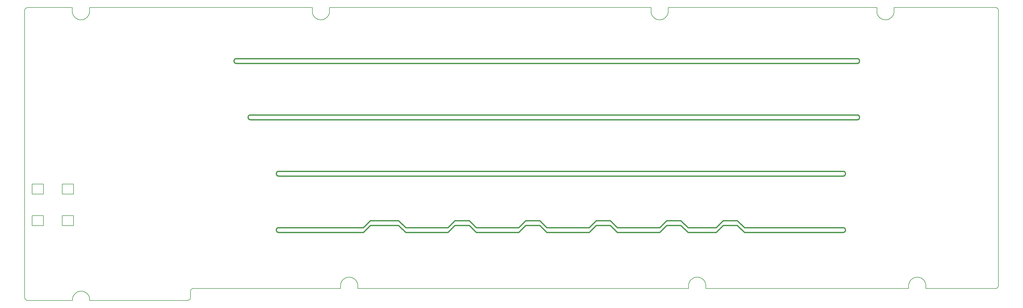
<source format=gbr>
%TF.GenerationSoftware,KiCad,Pcbnew,(5.1.10)-1*%
%TF.CreationDate,2021-09-30T22:15:47+07:00*%
%TF.ProjectId,nonem,6e6f6e65-6d2e-46b6-9963-61645f706362,rev?*%
%TF.SameCoordinates,Original*%
%TF.FileFunction,Profile,NP*%
%FSLAX46Y46*%
G04 Gerber Fmt 4.6, Leading zero omitted, Abs format (unit mm)*
G04 Created by KiCad (PCBNEW (5.1.10)-1) date 2021-09-30 22:15:47*
%MOMM*%
%LPD*%
G01*
G04 APERTURE LIST*
%TA.AperFunction,Profile*%
%ADD10C,0.200000*%
%TD*%
%TA.AperFunction,Profile*%
%ADD11C,0.400000*%
%TD*%
%TA.AperFunction,Profile*%
%ADD12C,0.150000*%
%TD*%
G04 APERTURE END LIST*
D10*
X116135445Y-108399930D02*
X116148898Y-108111618D01*
X116148898Y-108111618D02*
X116188499Y-107829767D01*
X116188499Y-107829767D02*
X116253111Y-107555873D01*
X116253111Y-107555873D02*
X116341598Y-107291436D01*
X116341598Y-107291436D02*
X116452823Y-107037954D01*
X116452823Y-107037954D02*
X116585649Y-106796926D01*
X116585649Y-106796926D02*
X116738938Y-106569851D01*
X116738938Y-106569851D02*
X116911554Y-106358227D01*
X116911554Y-106358227D02*
X117102361Y-106163553D01*
X117102361Y-106163553D02*
X117310221Y-105987328D01*
X117310221Y-105987328D02*
X117533998Y-105831050D01*
X117533998Y-105831050D02*
X117772554Y-105696217D01*
X117772554Y-105696217D02*
X118024753Y-105584329D01*
X118024753Y-105584329D02*
X118289457Y-105496884D01*
X118289457Y-105496884D02*
X118565531Y-105435381D01*
X118565531Y-105435381D02*
X118851838Y-105401319D01*
X118851838Y-105401319D02*
X119165754Y-105398150D01*
X119165754Y-105398150D02*
X119471402Y-105427227D01*
X119471402Y-105427227D02*
X119767128Y-105486896D01*
X119767128Y-105486896D02*
X120051279Y-105575504D01*
X120051279Y-105575504D02*
X120322201Y-105691398D01*
X120322201Y-105691398D02*
X120578240Y-105832922D01*
X120578240Y-105832922D02*
X120817743Y-105998425D01*
X120817743Y-105998425D02*
X121039056Y-106186251D01*
X121039056Y-106186251D02*
X121240525Y-106394748D01*
X121240525Y-106394748D02*
X121420497Y-106622262D01*
X121420497Y-106622262D02*
X121577317Y-106867140D01*
X121577317Y-106867140D02*
X121709333Y-107127727D01*
X121709333Y-107127727D02*
X121814891Y-107402370D01*
X121814891Y-107402370D02*
X121892337Y-107689416D01*
X121892337Y-107689416D02*
X121940017Y-107987211D01*
X121940017Y-107987211D02*
X121956278Y-108294101D01*
X121956278Y-108294101D02*
X121956278Y-109246605D01*
X10549055Y-14278791D02*
X10344554Y-14299530D01*
X10344554Y-14299530D02*
X10112569Y-14378988D01*
X10112569Y-14378988D02*
X9912883Y-14509638D01*
X9912883Y-14509638D02*
X9751953Y-14682598D01*
X9751953Y-14682598D02*
X9636241Y-14888987D01*
X9636241Y-14888987D02*
X9572205Y-15119921D01*
X9572205Y-15119921D02*
X9561276Y-15266570D01*
X9561276Y-112280464D02*
X9582015Y-112484965D01*
X9582015Y-112484965D02*
X9661473Y-112716948D01*
X9661473Y-112716948D02*
X9792123Y-112916634D01*
X9792123Y-112916634D02*
X9965083Y-113077561D01*
X9965083Y-113077561D02*
X10171472Y-113193272D01*
X10171472Y-113193272D02*
X10402406Y-113257307D01*
X10402406Y-113257307D02*
X10549055Y-113268237D01*
X31468778Y-14278791D02*
X31468778Y-15407678D01*
X106610445Y-14278791D02*
X31468778Y-14278791D01*
X28752391Y-18406290D02*
X28438473Y-18409459D01*
X28438473Y-18409459D02*
X28132824Y-18380383D01*
X28132824Y-18380383D02*
X27837097Y-18320714D01*
X27837097Y-18320714D02*
X27552945Y-18232106D01*
X27552945Y-18232106D02*
X27282023Y-18116213D01*
X27282023Y-18116213D02*
X27025983Y-17974688D01*
X27025983Y-17974688D02*
X26786480Y-17809186D01*
X26786480Y-17809186D02*
X26565167Y-17621359D01*
X26565167Y-17621359D02*
X26363698Y-17412862D01*
X26363698Y-17412862D02*
X26183726Y-17185348D01*
X26183726Y-17185348D02*
X26026905Y-16940470D01*
X26026905Y-16940470D02*
X25894889Y-16679883D01*
X25894889Y-16679883D02*
X25789331Y-16405240D01*
X25789331Y-16405240D02*
X25711885Y-16118195D01*
X25711885Y-16118195D02*
X25664205Y-15820401D01*
X25664205Y-15820401D02*
X25647945Y-15513513D01*
X9561276Y-15266570D02*
X9561276Y-112280464D01*
X109714885Y-18406290D02*
X109400968Y-18409459D01*
X109400968Y-18409459D02*
X109095320Y-18380383D01*
X109095320Y-18380383D02*
X108799594Y-18320714D01*
X108799594Y-18320714D02*
X108515443Y-18232106D01*
X108515443Y-18232106D02*
X108244521Y-18116213D01*
X108244521Y-18116213D02*
X107988482Y-17974688D01*
X107988482Y-17974688D02*
X107748979Y-17809186D01*
X107748979Y-17809186D02*
X107527666Y-17621359D01*
X107527666Y-17621359D02*
X107326197Y-17412862D01*
X107326197Y-17412862D02*
X107146225Y-17185348D01*
X107146225Y-17185348D02*
X106989405Y-16940470D01*
X106989405Y-16940470D02*
X106857389Y-16679883D01*
X106857389Y-16679883D02*
X106751831Y-16405240D01*
X106751831Y-16405240D02*
X106674385Y-16118195D01*
X106674385Y-16118195D02*
X106626705Y-15820401D01*
X106626705Y-15820401D02*
X106610445Y-15513513D01*
X106610445Y-15513513D02*
X106610445Y-14278791D01*
X25647945Y-15513513D02*
X25647945Y-14278791D01*
X25647945Y-14278791D02*
X10549055Y-14278791D01*
X31468778Y-15407678D02*
X31455324Y-15695989D01*
X31455324Y-15695989D02*
X31415723Y-15977840D01*
X31415723Y-15977840D02*
X31351110Y-16251734D01*
X31351110Y-16251734D02*
X31262623Y-16516171D01*
X31262623Y-16516171D02*
X31151398Y-16769652D01*
X31151398Y-16769652D02*
X31018572Y-17010680D01*
X31018572Y-17010680D02*
X30865283Y-17237755D01*
X30865283Y-17237755D02*
X30692667Y-17449378D01*
X30692667Y-17449378D02*
X30501860Y-17644052D01*
X30501860Y-17644052D02*
X30294000Y-17820277D01*
X30294000Y-17820277D02*
X30070224Y-17976556D01*
X30070224Y-17976556D02*
X29831669Y-18111388D01*
X29831669Y-18111388D02*
X29579471Y-18223277D01*
X29579471Y-18223277D02*
X29314767Y-18310722D01*
X29314767Y-18310722D02*
X29038695Y-18372226D01*
X29038695Y-18372226D02*
X28752391Y-18406290D01*
X65511834Y-110234368D02*
X65532573Y-110029866D01*
X65532573Y-110029866D02*
X65612031Y-109797882D01*
X65612031Y-109797882D02*
X65742681Y-109598197D01*
X65742681Y-109598197D02*
X65915641Y-109437269D01*
X65915641Y-109437269D02*
X66122030Y-109321558D01*
X66122030Y-109321558D02*
X66352964Y-109257523D01*
X66352964Y-109257523D02*
X66499613Y-109246594D01*
X233575176Y-109246605D02*
X233575176Y-108399941D01*
X121956278Y-109246605D02*
X233575176Y-109246605D01*
X116135445Y-109246594D02*
X116135445Y-108399930D01*
X66499613Y-109246594D02*
X116135445Y-109246594D01*
X313655731Y-109246627D02*
X337150723Y-109246627D01*
X310551291Y-105401340D02*
X310865207Y-105398171D01*
X310865207Y-105398171D02*
X311170855Y-105427248D01*
X311170855Y-105427248D02*
X311466581Y-105486917D01*
X311466581Y-105486917D02*
X311750732Y-105575525D01*
X311750732Y-105575525D02*
X312021654Y-105691419D01*
X312021654Y-105691419D02*
X312277693Y-105832943D01*
X312277693Y-105832943D02*
X312517196Y-105998446D01*
X312517196Y-105998446D02*
X312738509Y-106186272D01*
X312738509Y-106186272D02*
X312939978Y-106394769D01*
X312939978Y-106394769D02*
X313119950Y-106622283D01*
X313119950Y-106622283D02*
X313276770Y-106867161D01*
X313276770Y-106867161D02*
X313408786Y-107127748D01*
X313408786Y-107127748D02*
X313514344Y-107402391D01*
X313514344Y-107402391D02*
X313591790Y-107689437D01*
X313591790Y-107689437D02*
X313639470Y-107987232D01*
X313639470Y-107987232D02*
X313655731Y-108294122D01*
X307834898Y-108399951D02*
X307848351Y-108111639D01*
X307848351Y-108111639D02*
X307887952Y-107829788D01*
X307887952Y-107829788D02*
X307952564Y-107555894D01*
X307952564Y-107555894D02*
X308041051Y-107291457D01*
X308041051Y-107291457D02*
X308152276Y-107037975D01*
X308152276Y-107037975D02*
X308285102Y-106796947D01*
X308285102Y-106796947D02*
X308438391Y-106569872D01*
X308438391Y-106569872D02*
X308611007Y-106358248D01*
X308611007Y-106358248D02*
X308801814Y-106163574D01*
X308801814Y-106163574D02*
X309009674Y-105987349D01*
X309009674Y-105987349D02*
X309233451Y-105831071D01*
X309233451Y-105831071D02*
X309472007Y-105696238D01*
X309472007Y-105696238D02*
X309724206Y-105584350D01*
X309724206Y-105584350D02*
X309988910Y-105496905D01*
X309988910Y-105496905D02*
X310264984Y-105435402D01*
X310264984Y-105435402D02*
X310551291Y-105401340D01*
X337150723Y-109246627D02*
X337355221Y-109225887D01*
X337355221Y-109225887D02*
X337587203Y-109146430D01*
X337587203Y-109146430D02*
X337786888Y-109015781D01*
X337786888Y-109015781D02*
X337947817Y-108842822D01*
X337947817Y-108842822D02*
X338063530Y-108636435D01*
X338063530Y-108636435D02*
X338127566Y-108405501D01*
X338127566Y-108405501D02*
X338138496Y-108258853D01*
X313655731Y-108294122D02*
X313655731Y-109246627D01*
X220910445Y-14278791D02*
X112431278Y-14278791D01*
X220910445Y-15513513D02*
X220910445Y-14278791D01*
X302931278Y-14278791D02*
X302931278Y-15407678D01*
X224014885Y-18406290D02*
X223700968Y-18409459D01*
X223700968Y-18409459D02*
X223395320Y-18380383D01*
X223395320Y-18380383D02*
X223099594Y-18320714D01*
X223099594Y-18320714D02*
X222815443Y-18232106D01*
X222815443Y-18232106D02*
X222544521Y-18116213D01*
X222544521Y-18116213D02*
X222288482Y-17974688D01*
X222288482Y-17974688D02*
X222048979Y-17809186D01*
X222048979Y-17809186D02*
X221827666Y-17621359D01*
X221827666Y-17621359D02*
X221626197Y-17412862D01*
X221626197Y-17412862D02*
X221446225Y-17185348D01*
X221446225Y-17185348D02*
X221289405Y-16940470D01*
X221289405Y-16940470D02*
X221157389Y-16679883D01*
X221157389Y-16679883D02*
X221051831Y-16405240D01*
X221051831Y-16405240D02*
X220974385Y-16118195D01*
X220974385Y-16118195D02*
X220926705Y-15820401D01*
X220926705Y-15820401D02*
X220910445Y-15513513D01*
X226731278Y-15407678D02*
X226717824Y-15695989D01*
X226717824Y-15695989D02*
X226678223Y-15977840D01*
X226678223Y-15977840D02*
X226613611Y-16251734D01*
X226613611Y-16251734D02*
X226525124Y-16516171D01*
X226525124Y-16516171D02*
X226413899Y-16769652D01*
X226413899Y-16769652D02*
X226281073Y-17010680D01*
X226281073Y-17010680D02*
X226127784Y-17237755D01*
X226127784Y-17237755D02*
X225955168Y-17449378D01*
X225955168Y-17449378D02*
X225764361Y-17644052D01*
X225764361Y-17644052D02*
X225556501Y-17820277D01*
X225556501Y-17820277D02*
X225332724Y-17976556D01*
X225332724Y-17976556D02*
X225094168Y-18111388D01*
X225094168Y-18111388D02*
X224841969Y-18223277D01*
X224841969Y-18223277D02*
X224577265Y-18310722D01*
X224577265Y-18310722D02*
X224301191Y-18372226D01*
X224301191Y-18372226D02*
X224014885Y-18406290D01*
X226731278Y-14278791D02*
X226731278Y-15407678D01*
X337150723Y-14278791D02*
X302931278Y-14278791D01*
X297110445Y-14278791D02*
X226731278Y-14278791D01*
X297110445Y-15513513D02*
X297110445Y-14278791D01*
X300214885Y-18406290D02*
X299900968Y-18409459D01*
X299900968Y-18409459D02*
X299595320Y-18380383D01*
X299595320Y-18380383D02*
X299299594Y-18320714D01*
X299299594Y-18320714D02*
X299015443Y-18232106D01*
X299015443Y-18232106D02*
X298744521Y-18116213D01*
X298744521Y-18116213D02*
X298488482Y-17974688D01*
X298488482Y-17974688D02*
X298248979Y-17809186D01*
X298248979Y-17809186D02*
X298027666Y-17621359D01*
X298027666Y-17621359D02*
X297826197Y-17412862D01*
X297826197Y-17412862D02*
X297646225Y-17185348D01*
X297646225Y-17185348D02*
X297489405Y-16940470D01*
X297489405Y-16940470D02*
X297357389Y-16679883D01*
X297357389Y-16679883D02*
X297251831Y-16405240D01*
X297251831Y-16405240D02*
X297174385Y-16118195D01*
X297174385Y-16118195D02*
X297126705Y-15820401D01*
X297126705Y-15820401D02*
X297110445Y-15513513D01*
X302931278Y-15407678D02*
X302917824Y-15695989D01*
X302917824Y-15695989D02*
X302878223Y-15977840D01*
X302878223Y-15977840D02*
X302813611Y-16251734D01*
X302813611Y-16251734D02*
X302725124Y-16516171D01*
X302725124Y-16516171D02*
X302613899Y-16769652D01*
X302613899Y-16769652D02*
X302481073Y-17010680D01*
X302481073Y-17010680D02*
X302327784Y-17237755D01*
X302327784Y-17237755D02*
X302155168Y-17449378D01*
X302155168Y-17449378D02*
X301964361Y-17644052D01*
X301964361Y-17644052D02*
X301756501Y-17820277D01*
X301756501Y-17820277D02*
X301532724Y-17976556D01*
X301532724Y-17976556D02*
X301294168Y-18111388D01*
X301294168Y-18111388D02*
X301041969Y-18223277D01*
X301041969Y-18223277D02*
X300777265Y-18310722D01*
X300777265Y-18310722D02*
X300501191Y-18372226D01*
X300501191Y-18372226D02*
X300214885Y-18406290D01*
X112431278Y-15407678D02*
X112417824Y-15695989D01*
X112417824Y-15695989D02*
X112378223Y-15977840D01*
X112378223Y-15977840D02*
X112313611Y-16251734D01*
X112313611Y-16251734D02*
X112225124Y-16516171D01*
X112225124Y-16516171D02*
X112113899Y-16769652D01*
X112113899Y-16769652D02*
X111981073Y-17010680D01*
X111981073Y-17010680D02*
X111827784Y-17237755D01*
X111827784Y-17237755D02*
X111655168Y-17449378D01*
X111655168Y-17449378D02*
X111464361Y-17644052D01*
X111464361Y-17644052D02*
X111256501Y-17820277D01*
X111256501Y-17820277D02*
X111032724Y-17976556D01*
X111032724Y-17976556D02*
X110794168Y-18111388D01*
X110794168Y-18111388D02*
X110541969Y-18223277D01*
X110541969Y-18223277D02*
X110277265Y-18310722D01*
X110277265Y-18310722D02*
X110001191Y-18372226D01*
X110001191Y-18372226D02*
X109714885Y-18406290D01*
X112431278Y-14278791D02*
X112431278Y-15407678D01*
X307834898Y-109246616D02*
X307834898Y-108399951D01*
X239396009Y-109246616D02*
X307834898Y-109246616D01*
X239396009Y-108294111D02*
X239396009Y-109246616D01*
X236291569Y-105401329D02*
X236605485Y-105398160D01*
X236605485Y-105398160D02*
X236911133Y-105427237D01*
X236911133Y-105427237D02*
X237206859Y-105486906D01*
X237206859Y-105486906D02*
X237491010Y-105575515D01*
X237491010Y-105575515D02*
X237761932Y-105691408D01*
X237761932Y-105691408D02*
X238017971Y-105832932D01*
X238017971Y-105832932D02*
X238257474Y-105998435D01*
X238257474Y-105998435D02*
X238478787Y-106186262D01*
X238478787Y-106186262D02*
X238680256Y-106394759D01*
X238680256Y-106394759D02*
X238860228Y-106622273D01*
X238860228Y-106622273D02*
X239017048Y-106867150D01*
X239017048Y-106867150D02*
X239149064Y-107127737D01*
X239149064Y-107127737D02*
X239254622Y-107402381D01*
X239254622Y-107402381D02*
X239332068Y-107689426D01*
X239332068Y-107689426D02*
X239379748Y-107987221D01*
X239379748Y-107987221D02*
X239396009Y-108294111D01*
X233575176Y-108399941D02*
X233588629Y-108111629D01*
X233588629Y-108111629D02*
X233628230Y-107829777D01*
X233628230Y-107829777D02*
X233692842Y-107555883D01*
X233692842Y-107555883D02*
X233781329Y-107291446D01*
X233781329Y-107291446D02*
X233892554Y-107037965D01*
X233892554Y-107037965D02*
X234025380Y-106796937D01*
X234025380Y-106796937D02*
X234178669Y-106569861D01*
X234178669Y-106569861D02*
X234351285Y-106358238D01*
X234351285Y-106358238D02*
X234542092Y-106163563D01*
X234542092Y-106163563D02*
X234749952Y-105987338D01*
X234749952Y-105987338D02*
X234973729Y-105831060D01*
X234973729Y-105831060D02*
X235212285Y-105696227D01*
X235212285Y-105696227D02*
X235464484Y-105584339D01*
X235464484Y-105584339D02*
X235729188Y-105496894D01*
X235729188Y-105496894D02*
X236005262Y-105435391D01*
X236005262Y-105435391D02*
X236291569Y-105401329D01*
X65511834Y-112280475D02*
X65511834Y-110234368D01*
X64524055Y-113268248D02*
X64728556Y-113247508D01*
X64728556Y-113247508D02*
X64960541Y-113168051D01*
X64960541Y-113168051D02*
X65160227Y-113037402D01*
X65160227Y-113037402D02*
X65321156Y-112864443D01*
X65321156Y-112864443D02*
X65436868Y-112658056D01*
X65436868Y-112658056D02*
X65500904Y-112427122D01*
X65500904Y-112427122D02*
X65511834Y-112280475D01*
X28399610Y-110163797D02*
X28713527Y-110160628D01*
X28713527Y-110160628D02*
X29019176Y-110189705D01*
X29019176Y-110189705D02*
X29314903Y-110249374D01*
X29314903Y-110249374D02*
X29599055Y-110337982D01*
X29599055Y-110337982D02*
X29869977Y-110453876D01*
X29869977Y-110453876D02*
X30126017Y-110595400D01*
X30126017Y-110595400D02*
X30365520Y-110760903D01*
X30365520Y-110760903D02*
X30586833Y-110948729D01*
X30586833Y-110948729D02*
X30788302Y-111157226D01*
X30788302Y-111157226D02*
X30968274Y-111384740D01*
X30968274Y-111384740D02*
X31125095Y-111629618D01*
X31125095Y-111629618D02*
X31257111Y-111890205D01*
X31257111Y-111890205D02*
X31362669Y-112164848D01*
X31362669Y-112164848D02*
X31440115Y-112451894D01*
X31440115Y-112451894D02*
X31487795Y-112749689D01*
X31487795Y-112749689D02*
X31504056Y-113056579D01*
X10549055Y-113268237D02*
X25683222Y-113268237D01*
X31504056Y-113268248D02*
X64524055Y-113268248D01*
X31504056Y-113056579D02*
X31504056Y-113268248D01*
X25683222Y-113162408D02*
X25696675Y-112874096D01*
X25696675Y-112874096D02*
X25736276Y-112592245D01*
X25736276Y-112592245D02*
X25800889Y-112318351D01*
X25800889Y-112318351D02*
X25889376Y-112053914D01*
X25889376Y-112053914D02*
X26000601Y-111800432D01*
X26000601Y-111800432D02*
X26133427Y-111559404D01*
X26133427Y-111559404D02*
X26286716Y-111332329D01*
X26286716Y-111332329D02*
X26459333Y-111120705D01*
X26459333Y-111120705D02*
X26650140Y-110926031D01*
X26650140Y-110926031D02*
X26857999Y-110749806D01*
X26857999Y-110749806D02*
X27081776Y-110593528D01*
X27081776Y-110593528D02*
X27320331Y-110458695D01*
X27320331Y-110458695D02*
X27572529Y-110346807D01*
X27572529Y-110346807D02*
X27837233Y-110259362D01*
X27837233Y-110259362D02*
X28113305Y-110197859D01*
X28113305Y-110197859D02*
X28399610Y-110163797D01*
X25683222Y-113268237D02*
X25683222Y-113162408D01*
X338138496Y-108258853D02*
X338138496Y-15301844D01*
X338138496Y-15301844D02*
X338119203Y-15095826D01*
X338119203Y-15095826D02*
X338044315Y-14858556D01*
X338044315Y-14858556D02*
X337919042Y-14651323D01*
X337919042Y-14651323D02*
X337749845Y-14482202D01*
X337749845Y-14482202D02*
X337543183Y-14359267D01*
X337543183Y-14359267D02*
X337305517Y-14290592D01*
X337305517Y-14290592D02*
X337150723Y-14278791D01*
D11*
X252412500Y-90287500D02*
X285750000Y-90287500D01*
X252412500Y-88687500D02*
X285750000Y-88687500D01*
X242887500Y-90287500D02*
X245268750Y-87906250D01*
X250031250Y-87906250D02*
X252412500Y-90287500D01*
X245268750Y-87906250D02*
X250031250Y-87906250D01*
X242887500Y-88687500D02*
X245268750Y-86306250D01*
X250031250Y-86306250D02*
X252412500Y-88687500D01*
X245268750Y-86306250D02*
X250031250Y-86306250D01*
X233362500Y-90287500D02*
X242887500Y-90287500D01*
X233362500Y-88687500D02*
X242887500Y-88687500D01*
X230981250Y-86306250D02*
X233362500Y-88687500D01*
X223837500Y-90287500D02*
X226218750Y-87906250D01*
X223837500Y-88687500D02*
X226218750Y-86306250D01*
X230981250Y-87906250D02*
X233362500Y-90287500D01*
X226218750Y-86306250D02*
X230981250Y-86306250D01*
X226218750Y-87906250D02*
X230981250Y-87906250D01*
X209550000Y-90287500D02*
X223837500Y-90287500D01*
X209550000Y-88687500D02*
X223837500Y-88687500D01*
X207168750Y-86306250D02*
X209550000Y-88687500D01*
X200025000Y-90287500D02*
X202406250Y-87906250D01*
X200025000Y-88687500D02*
X202406250Y-86306250D01*
X207168750Y-87906250D02*
X209550000Y-90287500D01*
X202406250Y-86306250D02*
X207168750Y-86306250D01*
X202406250Y-87906250D02*
X207168750Y-87906250D01*
X185737500Y-90287500D02*
X200025000Y-90287500D01*
X185737500Y-88687500D02*
X200025000Y-88687500D01*
X183356250Y-86306250D02*
X185737500Y-88687500D01*
X176212500Y-90287500D02*
X178593750Y-87906250D01*
X176212500Y-88687500D02*
X178593750Y-86306250D01*
X178593750Y-86306250D02*
X183356250Y-86306250D01*
X183356250Y-87906250D02*
X185737500Y-90287500D01*
X178593750Y-87906250D02*
X183356250Y-87906250D01*
X161925000Y-90287500D02*
X176212500Y-90287500D01*
X161925000Y-88687500D02*
X176212500Y-88687500D01*
X159543750Y-86306250D02*
X161925000Y-88687500D01*
X159543750Y-87906250D02*
X161925000Y-90287500D01*
X154781250Y-87906250D02*
X159543750Y-87906250D01*
X154781250Y-86306250D02*
X159543750Y-86306250D01*
X152400000Y-90287500D02*
X154781250Y-87906250D01*
X152400000Y-88687500D02*
X154781250Y-86306250D01*
X138112500Y-90287500D02*
X152400000Y-90287500D01*
X138112500Y-88687500D02*
X152400000Y-88687500D01*
X135731250Y-87906250D02*
X138112500Y-90287500D01*
X135731250Y-86306250D02*
X138112500Y-88687500D01*
X126206250Y-87906250D02*
X135731250Y-87906250D01*
X126206250Y-86306250D02*
X135731250Y-86306250D01*
X123825000Y-90287500D02*
X126206250Y-87906250D01*
X123825000Y-88687500D02*
X126206250Y-86306250D01*
X95250000Y-90287500D02*
X123825000Y-90287500D01*
X95250000Y-88687500D02*
X123825000Y-88687500D01*
X95250000Y-71237500D02*
X285750000Y-71237500D01*
X95250000Y-69637500D02*
X285750000Y-69637500D01*
X85725000Y-52187500D02*
X290512500Y-52187500D01*
X85725000Y-50587500D02*
X290512500Y-50587500D01*
X80962500Y-33137500D02*
X290512500Y-33137500D01*
X80962500Y-31537500D02*
X290512500Y-31537500D01*
X290512500Y-31537500D02*
G75*
G02*
X290512500Y-33137500I0J-800000D01*
G01*
X290512500Y-50587500D02*
G75*
G02*
X290512500Y-52187500I0J-800000D01*
G01*
X285750000Y-69637500D02*
G75*
G02*
X285750000Y-71237500I0J-800000D01*
G01*
X285750000Y-88687500D02*
G75*
G02*
X285750000Y-90287500I0J-800000D01*
G01*
X95250000Y-90287500D02*
G75*
G02*
X95250000Y-88687500I0J800000D01*
G01*
X95250000Y-71237500D02*
G75*
G02*
X95250000Y-69637500I0J800000D01*
G01*
X85725000Y-52187500D02*
G75*
G02*
X85725000Y-50587500I0J800000D01*
G01*
X80962500Y-33137500D02*
G75*
G02*
X80962500Y-31537500I0J800000D01*
G01*
D12*
%TO.C,D74*%
X22210217Y-73904878D02*
X26010217Y-73904878D01*
X22210217Y-73904878D02*
X22210217Y-77304878D01*
X22210217Y-77304878D02*
X26010217Y-77304878D01*
X26010217Y-73904878D02*
X26010217Y-77304878D01*
%TO.C,D75*%
X12089879Y-73904878D02*
X15889879Y-73904878D01*
X12089879Y-73904878D02*
X12089879Y-77304878D01*
X12089879Y-77304878D02*
X15889879Y-77304878D01*
X15889879Y-73904878D02*
X15889879Y-77304878D01*
%TO.C,D76*%
X12089879Y-88020530D02*
X12089879Y-84620530D01*
X15889879Y-84620530D02*
X12089879Y-84620530D01*
X15889879Y-88020530D02*
X15889879Y-84620530D01*
X15889879Y-88020530D02*
X12089879Y-88020530D01*
%TO.C,D77*%
X26010217Y-88020530D02*
X22210217Y-88020530D01*
X26010217Y-88020530D02*
X26010217Y-84620530D01*
X26010217Y-84620530D02*
X22210217Y-84620530D01*
X22210217Y-88020530D02*
X22210217Y-84620530D01*
%TD*%
M02*

</source>
